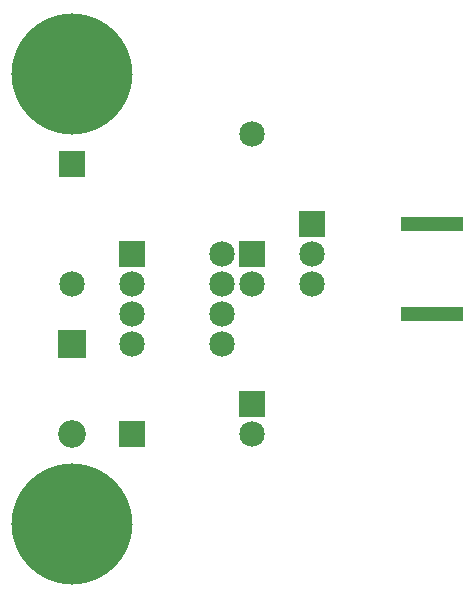
<source format=gbs>
G04 MADE WITH FRITZING*
G04 WWW.FRITZING.ORG*
G04 DOUBLE SIDED*
G04 HOLES PLATED*
G04 CONTOUR ON CENTER OF CONTOUR VECTOR*
%ASAXBY*%
%FSLAX23Y23*%
%MOIN*%
%OFA0B0*%
%SFA1.0B1.0*%
%ADD10C,0.085000*%
%ADD11C,0.092000*%
%ADD12C,0.403700*%
%ADD13R,0.085000X0.085000*%
%ADD14R,0.206850X0.049370*%
%ADD15R,0.092000X0.092000*%
%LNMASK0*%
G90*
G70*
G54D10*
X923Y640D03*
X923Y1040D03*
X523Y540D03*
X923Y540D03*
X1123Y1040D03*
X1123Y1140D03*
X1123Y1240D03*
G54D11*
X323Y840D03*
X323Y542D03*
G54D10*
X523Y1140D03*
X823Y1140D03*
X523Y1040D03*
X823Y1040D03*
X523Y940D03*
X823Y940D03*
X523Y840D03*
X823Y840D03*
X923Y1140D03*
X923Y1540D03*
G54D12*
X323Y240D03*
X323Y1740D03*
G54D10*
X323Y1440D03*
X323Y1040D03*
G54D13*
X923Y640D03*
X523Y540D03*
X1123Y1240D03*
G54D14*
X1523Y940D03*
X1523Y1240D03*
G54D15*
X323Y841D03*
G54D13*
X523Y1140D03*
X923Y1140D03*
X323Y1440D03*
G04 End of Mask0*
M02*
</source>
